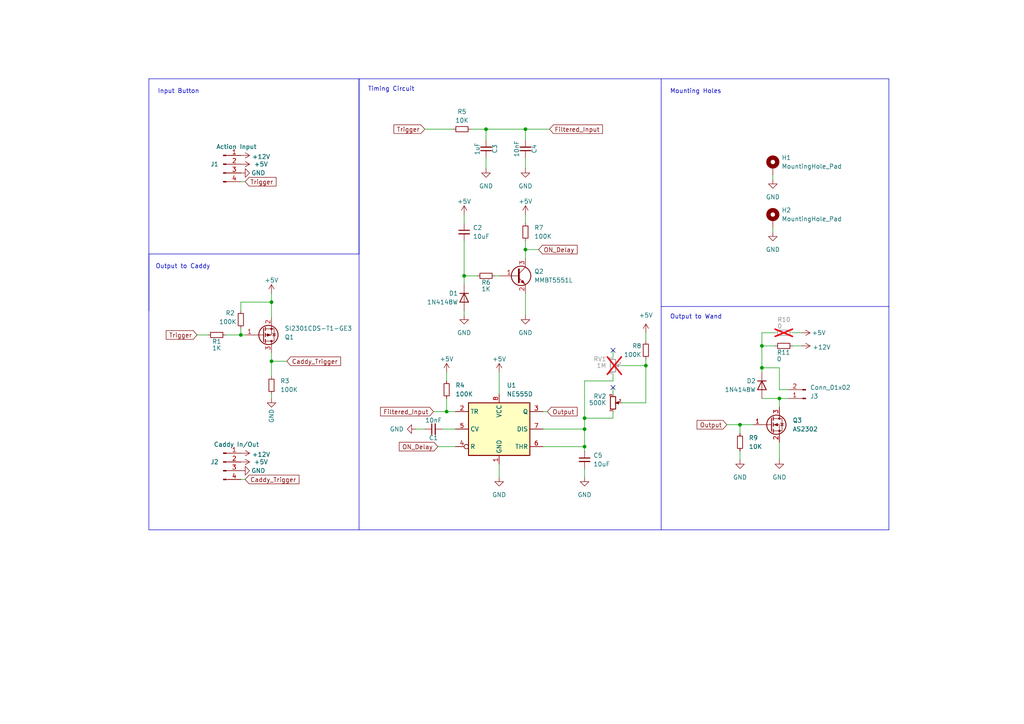
<source format=kicad_sch>
(kicad_sch (version 20230121) (generator eeschema)
  (paper "A4")
  (lib_symbols
    (symbol "Connector:Conn_01x02_Pin" (pin_names (offset 1.016) hide)
      (property "Reference" "J" (at 0 2.54 0))
      (property "Value" "Conn_01x02_Pin" (at 0 -5.08 0))
      (symbol "Conn_01x02_Pin_1_1"
        (polyline (pts (xy 1.27 -2.54) (xy 0.8636 -2.54)) (stroke (width 0.1524)))
        (polyline (pts (xy 1.27 0) (xy 0.8636 0)) (stroke (width 0.1524)))
        (rectangle (start 0.8636 -2.413) (end 0 -2.667) (stroke (width 0.1524)) (fill (type outline)))
        (rectangle (start 0.8636 0.127) (end 0 -0.127) (stroke (width 0.1524)) (fill (type outline)))
        (pin passive line (at 5.08 0 180) (length 3.81) (name "Pin_1") (number "1"))
        (pin passive line (at 5.08 -2.54 180) (length 3.81) (name "Pin_2") (number "2"))
      )
    )
    (symbol "Connector:Conn_01x04_Pin" (pin_names (offset 1.016) hide)
      (property "Reference" "J" (at 0 5.08 0))
      (property "Value" "Conn_01x04_Pin" (at 0 -7.62 0))
      (symbol "Conn_01x04_Pin_1_1"
        (polyline (pts (xy 1.27 -5.08) (xy 0.8636 -5.08)) (stroke (width 0.1524)))
        (polyline (pts (xy 1.27 -2.54) (xy 0.8636 -2.54)) (stroke (width 0.1524)))
        (polyline (pts (xy 1.27 0) (xy 0.8636 0)) (stroke (width 0.1524)))
        (polyline (pts (xy 1.27 2.54) (xy 0.8636 2.54)) (stroke (width 0.1524)))
        (rectangle (start 0.8636 -4.953) (end 0 -5.207) (stroke (width 0.1524)) (fill (type outline)))
        (rectangle (start 0.8636 -2.413) (end 0 -2.667) (stroke (width 0.1524)) (fill (type outline)))
        (rectangle (start 0.8636 0.127) (end 0 -0.127) (stroke (width 0.1524)) (fill (type outline)))
        (rectangle (start 0.8636 2.667) (end 0 2.413) (stroke (width 0.1524)) (fill (type outline)))
        (pin passive line (at 5.08 2.54 180) (length 3.81) (name "Pin_1") (number "1"))
        (pin passive line (at 5.08 0 180) (length 3.81) (name "Pin_2") (number "2"))
        (pin passive line (at 5.08 -2.54 180) (length 3.81) (name "Pin_3") (number "3"))
        (pin passive line (at 5.08 -5.08 180) (length 3.81) (name "Pin_4") (number "4"))
      )
    )
    (symbol "Device:C_Small" (pin_numbers hide) (pin_names (offset 0.254) hide)
      (property "Reference" "C" (at 0.254 1.778 0))
      (property "Value" "C_Small" (at 0.254 -2.032 0))
      (symbol "C_Small_0_1"
        (polyline (pts (xy -1.524 -0.508) (xy 1.524 -0.508)) (stroke (width 0.3302)))
        (polyline (pts (xy -1.524 0.508) (xy 1.524 0.508)) (stroke (width 0.3048)))
      )
      (symbol "C_Small_1_1"
        (pin passive line (at 0 2.54 270) (length 2.032) (name "~") (number "1"))
        (pin passive line (at 0 -2.54 90) (length 2.032) (name "~") (number "2"))
      )
    )
    (symbol "Device:Q_NMOS_GSD" (pin_names (offset 0) hide)
      (property "Reference" "Q" (at 5.08 1.27 0))
      (property "Value" "Q_NMOS_GSD" (at 5.08 -1.27 0))
      (symbol "Q_NMOS_GSD_0_1"
        (polyline (pts (xy 0.254 0) (xy -2.54 0)))
        (polyline (pts (xy 0.254 1.905) (xy 0.254 -1.905)) (stroke (width 0.254)))
        (polyline (pts (xy 0.762 -1.27) (xy 0.762 -2.286)) (stroke (width 0.254)))
        (polyline (pts (xy 0.762 0.508) (xy 0.762 -0.508)) (stroke (width 0.254)))
        (polyline (pts (xy 0.762 2.286) (xy 0.762 1.27)) (stroke (width 0.254)))
        (polyline (pts (xy 2.54 2.54) (xy 2.54 1.778)))
        (polyline (pts (xy 2.54 -2.54) (xy 2.54 0) (xy 0.762 0)))
        (polyline (pts (xy 0.762 -1.778) (xy 3.302 -1.778) (xy 3.302 1.778) (xy 0.762 1.778)))
        (polyline (pts (xy 1.016 0) (xy 2.032 0.381) (xy 2.032 -0.381) (xy 1.016 0)) (fill (type outline)))
        (polyline (pts (xy 2.794 0.508) (xy 2.921 0.381) (xy 3.683 0.381) (xy 3.81 0.254)))
        (polyline (pts (xy 3.302 0.381) (xy 2.921 -0.254) (xy 3.683 -0.254) (xy 3.302 0.381)))
        (circle (center 1.651 0) (radius 2.794) (stroke (width 0.254)))
        (circle (center 2.54 -1.778) (radius 0.254) (fill (type outline)))
        (circle (center 2.54 1.778) (radius 0.254) (fill (type outline)))
      )
      (symbol "Q_NMOS_GSD_1_1"
        (pin input line (at -5.08 0 0) (length 2.54) (name "G") (number "1"))
        (pin passive line (at 2.54 -5.08 90) (length 2.54) (name "S") (number "2"))
        (pin passive line (at 2.54 5.08 270) (length 2.54) (name "D") (number "3"))
      )
    )
    (symbol "Device:R_Potentiometer_Small" (pin_names (offset 1.016) hide)
      (property "Reference" "RV" (at -4.445 0 90))
      (property "Value" "R_Potentiometer_Small" (at -2.54 0 90))
      (symbol "R_Potentiometer_Small_0_1"
        (polyline (pts (xy 0.889 0) (xy 0.635 0) (xy 1.651 0.381) (xy 1.651 -0.381) (xy 0.635 0) (xy 0.889 0)) (fill (type outline)))
        (rectangle (start 0.762 1.8034) (end -0.762 -1.8034) (stroke (width 0.254)))
      )
      (symbol "R_Potentiometer_Small_1_1"
        (pin passive line (at 0 2.54 270) (length 0.635) (name "1") (number "1"))
        (pin passive line (at 2.54 0 180) (length 0.9906) (name "2") (number "2"))
        (pin passive line (at 0 -2.54 90) (length 0.635) (name "3") (number "3"))
      )
    )
    (symbol "Device:R_Small" (pin_numbers hide) (pin_names (offset 0.254) hide)
      (property "Reference" "R" (at 0.762 0.508 0))
      (property "Value" "R_Small" (at 0.762 -1.016 0))
      (symbol "R_Small_0_1"
        (rectangle (start -0.762 1.778) (end 0.762 -1.778) (stroke (width 0.2032)))
      )
      (symbol "R_Small_1_1"
        (pin passive line (at 0 2.54 270) (length 0.762) (name "~") (number "1"))
        (pin passive line (at 0 -2.54 90) (length 0.762) (name "~") (number "2"))
      )
    )
    (symbol "Diode:1N4448W" (pin_numbers hide) (pin_names (offset 1.016) hide)
      (property "Reference" "D" (at 0 2.54 0))
      (property "Value" "1N4448W" (at 0 -2.54 0))
      (symbol "1N4448W_0_1"
        (polyline (pts (xy -1.27 1.27) (xy -1.27 -1.27)) (stroke (width 0.254)))
        (polyline (pts (xy 1.27 0) (xy -1.27 0)))
        (polyline (pts (xy 1.27 1.27) (xy 1.27 -1.27) (xy -1.27 0) (xy 1.27 1.27)) (stroke (width 0.254)))
      )
      (symbol "1N4448W_1_1"
        (pin passive line (at -3.81 0 0) (length 2.54) (name "K") (number "1"))
        (pin passive line (at 3.81 0 180) (length 2.54) (name "A") (number "2"))
      )
    )
    (symbol "Mechanical:MountingHole_Pad" (pin_numbers hide) (pin_names (offset 1.016) hide)
      (property "Reference" "H" (at 0 6.35 0))
      (property "Value" "MountingHole_Pad" (at 0 4.445 0))
      (symbol "MountingHole_Pad_0_1"
        (circle (center 0 1.27) (radius 1.27) (stroke (width 1.27)))
      )
      (symbol "MountingHole_Pad_1_1"
        (pin input line (at 0 -2.54 90) (length 2.54) (name "1") (number "1"))
      )
    )
    (symbol "Timer:NE555D"
      (property "Reference" "U" (at -10.16 8.89 0))
      (property "Value" "NE555D" (at 2.54 8.89 0))
      (symbol "NE555D_0_0"
        (pin power_in line (at 0 -10.16 90) (length 2.54) (name "GND") (number "1"))
        (pin power_in line (at 0 10.16 270) (length 2.54) (name "VCC") (number "8"))
      )
      (symbol "NE555D_0_1"
        (rectangle (start -8.89 -7.62) (end 8.89 7.62) (stroke (width 0.254)) (fill (type background)))
        (rectangle (start -8.89 -7.62) (end 8.89 7.62) (stroke (width 0.254)) (fill (type background)))
      )
      (symbol "NE555D_1_1"
        (pin input line (at -12.7 5.08 0) (length 3.81) (name "TR") (number "2"))
        (pin output line (at 12.7 5.08 180) (length 3.81) (name "Q") (number "3"))
        (pin input inverted (at -12.7 -5.08 0) (length 3.81) (name "R") (number "4"))
        (pin input line (at -12.7 0 0) (length 3.81) (name "CV") (number "5"))
        (pin input line (at 12.7 -5.08 180) (length 3.81) (name "THR") (number "6"))
        (pin input line (at 12.7 0 180) (length 3.81) (name "DIS") (number "7"))
      )
    )
    (symbol "Transistor_BJT:MMBT5551L" (pin_names (offset 0) hide)
      (property "Reference" "Q" (at 5.08 1.905 0))
      (property "Value" "MMBT5551L" (at 5.08 0 0))
      (symbol "MMBT5551L_0_1"
        (polyline (pts (xy 0.635 0.635) (xy 2.54 2.54)))
        (polyline (pts (xy 0.635 -0.635) (xy 2.54 -2.54) (xy 2.54 -2.54)))
        (polyline (pts (xy 0.635 1.905) (xy 0.635 -1.905) (xy 0.635 -1.905)) (stroke (width 0.508)))
        (polyline (pts (xy 1.27 -1.778) (xy 1.778 -1.27) (xy 2.286 -2.286) (xy 1.27 -1.778) (xy 1.27 -1.778)) (fill (type outline)))
        (circle (center 1.27 0) (radius 2.8194) (stroke (width 0.254)))
      )
      (symbol "MMBT5551L_1_1"
        (pin input line (at -5.08 0 0) (length 5.715) (name "B") (number "1"))
        (pin passive line (at 2.54 -5.08 90) (length 2.54) (name "E") (number "2"))
        (pin passive line (at 2.54 5.08 270) (length 2.54) (name "C") (number "3"))
      )
    )
    (symbol "Transistor_FET:Si2371EDS" (pin_names hide)
      (property "Reference" "Q" (at 5.08 1.905 0))
      (property "Value" "Si2371EDS" (at 5.08 0 0))
      (symbol "Si2371EDS_0_1"
        (polyline (pts (xy 0.254 0) (xy -2.54 0)))
        (polyline (pts (xy 0.254 1.905) (xy 0.254 -1.905)) (stroke (width 0.254)))
        (polyline (pts (xy 0.762 -1.27) (xy 0.762 -2.286)) (stroke (width 0.254)))
        (polyline (pts (xy 0.762 0.508) (xy 0.762 -0.508)) (stroke (width 0.254)))
        (polyline (pts (xy 0.762 2.286) (xy 0.762 1.27)) (stroke (width 0.254)))
        (polyline (pts (xy 2.54 2.54) (xy 2.54 1.778)))
        (polyline (pts (xy 2.54 -2.54) (xy 2.54 0) (xy 0.762 0)))
        (polyline (pts (xy 0.762 1.778) (xy 3.302 1.778) (xy 3.302 -1.778) (xy 0.762 -1.778)))
        (polyline (pts (xy 2.286 0) (xy 1.27 0.381) (xy 1.27 -0.381) (xy 2.286 0)) (fill (type outline)))
        (polyline (pts (xy 2.794 -0.508) (xy 2.921 -0.381) (xy 3.683 -0.381) (xy 3.81 -0.254)))
        (polyline (pts (xy 3.302 -0.381) (xy 2.921 0.254) (xy 3.683 0.254) (xy 3.302 -0.381)))
        (circle (center 1.651 0) (radius 2.794) (stroke (width 0.254)))
        (circle (center 2.54 -1.778) (radius 0.254) (fill (type outline)))
        (circle (center 2.54 1.778) (radius 0.254) (fill (type outline)))
      )
      (symbol "Si2371EDS_1_1"
        (pin input line (at -5.08 0 0) (length 2.54) (name "G") (number "1"))
        (pin passive line (at 2.54 -5.08 90) (length 2.54) (name "S") (number "2"))
        (pin passive line (at 2.54 5.08 270) (length 2.54) (name "D") (number "3"))
      )
    )
    (symbol "power:+12V" (power) (pin_names (offset 0))
      (property "Value" "+12V" (at 0 3.556 0))
      (symbol "+12V_0_1"
        (polyline (pts (xy -0.762 1.27) (xy 0 2.54)))
        (polyline (pts (xy 0 0) (xy 0 2.54)))
        (polyline (pts (xy 0 2.54) (xy 0.762 1.27)))
      )
      (symbol "+12V_1_1"
        (pin power_in line (at 0 0 90) (length 0) hide (name "+12V") (number "1"))
      )
    )
    (symbol "power:+5V" (power) (pin_names (offset 0))
      (property "Value" "+5V" (at 0 3.556 0))
      (symbol "+5V_0_1"
        (polyline (pts (xy -0.762 1.27) (xy 0 2.54)))
        (polyline (pts (xy 0 0) (xy 0 2.54)))
        (polyline (pts (xy 0 2.54) (xy 0.762 1.27)))
      )
      (symbol "+5V_1_1"
        (pin power_in line (at 0 0 90) (length 0) hide (name "+5V") (number "1"))
      )
    )
    (symbol "power:GND" (power) (pin_names (offset 0))
      (property "Value" "GND" (at 0 -3.81 0))
      (symbol "GND_0_1"
        (polyline (pts (xy 0 0) (xy 0 -1.27) (xy 1.27 -1.27) (xy 0 -2.54) (xy -1.27 -1.27) (xy 0 -1.27)))
      )
      (symbol "GND_1_1"
        (pin power_in line (at 0 0 270) (length 0) hide (name "GND") (number "1"))
      )
    )
  )
  (junction (at 220.98 106.68))
  (junction (at 220.98 100.33))
  (junction (at 152.4 37.465))
  (junction (at 78.74 87.63))
  (junction (at 134.62 80.01))
  (junction (at 129.54 119.38))
  (junction (at 226.06 115.57))
  (junction (at 78.74 104.775))
  (junction (at 140.97 37.465))
  (junction (at 169.545 129.54))
  (junction (at 214.63 123.19))
  (junction (at 169.545 121.285))
  (junction (at 69.85 97.155))
  (junction (at 152.4 72.39))
  (junction (at 169.545 124.46))
  (junction (at 187.325 106.045))
  (no_connect (at 177.8 112.395))
  (no_connect (at 177.8 101.6))
  (wire (pts (xy 69.85 97.155) (xy 71.12 97.155)))
  (wire (pts (xy 140.97 37.465) (xy 152.4 37.465)))
  (wire (pts (xy 169.545 121.285) (xy 169.545 110.49)))
  (wire (pts (xy 218.44 123.19) (xy 214.63 123.19)))
  (wire (pts (xy 228.6 115.57) (xy 226.06 115.57)))
  (polyline (pts (xy 191.77 22.86) (xy 257.81 22.86)))
  (polyline (pts (xy 43.18 90.17) (xy 43.18 73.66)))
  (wire (pts (xy 140.97 37.465) (xy 140.97 40.64)))
  (wire (pts (xy 143.51 80.01) (xy 144.78 80.01)))
  (polyline (pts (xy 257.81 22.86) (xy 257.81 88.9)))
  (wire (pts (xy 152.4 72.39) (xy 156.21 72.39)))
  (wire (pts (xy 220.98 106.68) (xy 226.06 106.68)))
  (wire (pts (xy 220.98 107.95) (xy 220.98 106.68)))
  (wire (pts (xy 157.48 124.46) (xy 169.545 124.46)))
  (wire (pts (xy 134.62 62.23) (xy 134.62 64.77)))
  (wire (pts (xy 123.19 37.465) (xy 131.445 37.465)))
  (wire (pts (xy 152.4 37.465) (xy 159.385 37.465)))
  (wire (pts (xy 129.54 119.38) (xy 132.08 119.38)))
  (wire (pts (xy 65.405 97.155) (xy 69.85 97.155)))
  (wire (pts (xy 134.62 80.01) (xy 134.62 82.55)))
  (wire (pts (xy 177.8 101.6) (xy 177.8 103.505)))
  (wire (pts (xy 127 129.54) (xy 132.08 129.54)))
  (polyline (pts (xy 104.14 22.86) (xy 191.77 22.86)))
  (wire (pts (xy 187.325 106.045) (xy 187.325 116.84)))
  (wire (pts (xy 144.78 134.62) (xy 144.78 138.43)))
  (wire (pts (xy 152.4 69.85) (xy 152.4 72.39)))
  (polyline (pts (xy 104.14 22.86) (xy 43.18 22.86)))
  (wire (pts (xy 169.545 124.46) (xy 169.545 121.285)))
  (wire (pts (xy 152.4 72.39) (xy 152.4 74.93)))
  (wire (pts (xy 78.74 102.235) (xy 78.74 104.775)))
  (wire (pts (xy 214.63 130.81) (xy 214.63 133.35)))
  (polyline (pts (xy 191.77 88.9) (xy 257.81 88.9)))
  (wire (pts (xy 78.74 87.63) (xy 78.74 92.075)))
  (wire (pts (xy 69.85 87.63) (xy 78.74 87.63)))
  (wire (pts (xy 177.8 121.285) (xy 177.8 119.38)))
  (wire (pts (xy 220.98 115.57) (xy 226.06 115.57)))
  (wire (pts (xy 144.78 107.95) (xy 144.78 114.3)))
  (wire (pts (xy 57.15 97.155) (xy 60.325 97.155)))
  (wire (pts (xy 220.98 96.52) (xy 224.79 96.52)))
  (wire (pts (xy 177.8 112.395) (xy 177.8 114.3)))
  (wire (pts (xy 229.87 96.52) (xy 232.41 96.52)))
  (wire (pts (xy 224.155 66.04) (xy 224.155 67.31)))
  (wire (pts (xy 169.545 135.89) (xy 169.545 138.43)))
  (polyline (pts (xy 104.14 153.67) (xy 104.14 22.86)))
  (wire (pts (xy 226.06 115.57) (xy 226.06 118.11)))
  (polyline (pts (xy 43.18 153.67) (xy 104.14 153.67)))
  (wire (pts (xy 140.97 45.72) (xy 140.97 48.895)))
  (wire (pts (xy 157.48 119.38) (xy 158.75 119.38)))
  (wire (pts (xy 169.545 124.46) (xy 169.545 129.54)))
  (polyline (pts (xy 104.14 153.67) (xy 257.81 153.67)))
  (wire (pts (xy 152.4 37.465) (xy 152.4 40.64)))
  (wire (pts (xy 78.74 104.775) (xy 83.185 104.775)))
  (wire (pts (xy 120.65 124.46) (xy 123.19 124.46)))
  (wire (pts (xy 169.545 129.54) (xy 169.545 130.81)))
  (wire (pts (xy 220.98 100.33) (xy 220.98 96.52)))
  (wire (pts (xy 129.54 107.95) (xy 129.54 110.49)))
  (wire (pts (xy 210.82 123.19) (xy 214.63 123.19)))
  (wire (pts (xy 71.12 139.065) (xy 69.85 139.065)))
  (polyline (pts (xy 191.77 88.9) (xy 191.77 153.67)))
  (wire (pts (xy 152.4 62.23) (xy 152.4 64.77)))
  (wire (pts (xy 187.325 96.52) (xy 187.325 99.06)))
  (wire (pts (xy 220.98 106.68) (xy 220.98 100.33)))
  (wire (pts (xy 187.325 104.14) (xy 187.325 106.045)))
  (wire (pts (xy 78.74 85.09) (xy 78.74 87.63)))
  (wire (pts (xy 134.62 80.01) (xy 138.43 80.01)))
  (polyline (pts (xy 257.81 153.67) (xy 257.81 88.9)))
  (wire (pts (xy 187.325 116.84) (xy 180.34 116.84)))
  (wire (pts (xy 125.73 119.38) (xy 129.54 119.38)))
  (wire (pts (xy 226.06 106.68) (xy 226.06 113.03)))
  (wire (pts (xy 128.27 124.46) (xy 132.08 124.46)))
  (wire (pts (xy 224.155 50.8) (xy 224.155 52.07)))
  (wire (pts (xy 169.545 110.49) (xy 177.8 110.49)))
  (polyline (pts (xy 43.18 22.86) (xy 43.18 153.67)))
  (wire (pts (xy 226.06 113.03) (xy 228.6 113.03)))
  (wire (pts (xy 152.4 45.72) (xy 152.4 48.895)))
  (wire (pts (xy 169.545 121.285) (xy 177.8 121.285)))
  (wire (pts (xy 134.62 90.17) (xy 134.62 91.44)))
  (wire (pts (xy 177.8 110.49) (xy 177.8 108.585)))
  (wire (pts (xy 214.63 123.19) (xy 214.63 125.73)))
  (wire (pts (xy 78.74 114.3) (xy 78.74 115.57)))
  (wire (pts (xy 229.87 100.33) (xy 232.41 100.33)))
  (wire (pts (xy 129.54 115.57) (xy 129.54 119.38)))
  (wire (pts (xy 157.48 129.54) (xy 169.545 129.54)))
  (wire (pts (xy 69.85 52.705) (xy 71.12 52.705)))
  (wire (pts (xy 78.74 104.775) (xy 78.74 109.22)))
  (polyline (pts (xy 104.14 73.66) (xy 104.14 22.86)))
  (wire (pts (xy 69.85 87.63) (xy 69.85 90.17)))
  (wire (pts (xy 152.4 85.09) (xy 152.4 91.44)))
  (wire (pts (xy 136.525 37.465) (xy 140.97 37.465)))
  (polyline (pts (xy 43.18 73.66) (xy 104.14 73.66)))
  (polyline (pts (xy 191.77 22.86) (xy 191.77 88.9)))
  (wire (pts (xy 187.325 106.045) (xy 180.34 106.045)))
  (wire (pts (xy 220.98 100.33) (xy 224.79 100.33)))
  (wire (pts (xy 69.85 95.25) (xy 69.85 97.155)))
  (wire (pts (xy 226.06 128.27) (xy 226.06 133.35)))
  (wire (pts (xy 134.62 69.85) (xy 134.62 80.01)))
  (text "Timing Circuit" (at 106.68 26.67 0) (effects (font (size 1.27 1.27)) (justify left bottom)))
  (text "Mounting Holes" (at 194.31 27.305 0) (effects (font (size 1.27 1.27)) (justify left bottom)))
  (text "Output to Wand" (at 194.31 92.71 0) (effects (font (size 1.27 1.27)) (justify left bottom)))
  (text "Input Button" (at 45.72 27.305 0) (effects (font (size 1.27 1.27)) (justify left bottom)))
  (text "Output to Caddy" (at 45.085 78.105 0) (effects (font (size 1.27 1.27)) (justify left bottom)))
  (global_label "Trigger" (shape input) (at 57.15 97.155 180) (property "Intersheetrefs" "${INTERSHEET_REFS}" (effects hide)))
  (global_label "Caddy_Trigger" (shape input) (at 71.12 139.065 0) (property "Intersheetrefs" "${INTERSHEET_REFS}" (effects hide)))
  (global_label "Caddy_Trigger" (shape input) (at 83.185 104.775 0) (property "Intersheetrefs" "${INTERSHEET_REFS}" (effects hide)))
  (global_label "Output" (shape input) (at 158.75 119.38 0) (property "Intersheetrefs" "${INTERSHEET_REFS}" (effects hide)))
  (global_label "Trigger" (shape input) (at 123.19 37.465 180) (property "Intersheetrefs" "${INTERSHEET_REFS}" (effects hide)))
  (global_label "ON_Delay" (shape input) (at 127 129.54 180) (property "Intersheetrefs" "${INTERSHEET_REFS}" (effects hide)))
  (global_label "ON_Delay" (shape input) (at 156.21 72.39 0) (property "Intersheetrefs" "${INTERSHEET_REFS}" (effects hide)))
  (global_label "Filtered_Input" (shape input) (at 125.73 119.38 180) (property "Intersheetrefs" "${INTERSHEET_REFS}" (effects hide)))
  (global_label "Filtered_Input" (shape input) (at 159.385 37.465 0) (property "Intersheetrefs" "${INTERSHEET_REFS}" (effects hide)))
  (global_label "Trigger" (shape input) (at 71.12 52.705 0) (property "Intersheetrefs" "${INTERSHEET_REFS}" (effects hide)))
  (global_label "Output" (shape input) (at 210.82 123.19 180) (property "Intersheetrefs" "${INTERSHEET_REFS}" (effects hide)))
  (symbol (lib_id "power:GND") (at 140.97 48.895 0) (unit 1)
    (property "Reference" "#PWR013" (effects hide))
    (property "Value" "GND" (at 140.97 53.975 0))
  )
  (symbol (lib_id "Device:R_Small") (at 214.63 128.27 0) (unit 1)
    (property "Reference" "R9" (at 217.17 126.9999 0) (effects (justify left)))
    (property "Value" "10K" (at 217.17 129.5399 0) (effects (justify left)))
    (property "Footprint" "Resistor_SMD:R_0805_2012Metric" (effects hide))
    (property "MPN" "C17414" (effects hide))
  )
  (symbol (lib_id "Device:R_Small") (at 78.74 111.76 0) (unit 1)
    (property "Reference" "R3" (at 81.28 110.4899 0) (effects (justify left)))
    (property "Value" "100K" (at 81.28 113.0299 0) (effects (justify left)))
    (property "Footprint" "Resistor_SMD:R_0805_2012Metric" (effects hide))
    (property "MPN" "C149504" (effects hide))
  )
  (symbol (lib_id "power:GND") (at 120.65 124.46 270) (unit 1)
    (property "Reference" "#PWR09" (effects hide))
    (property "Value" "GND" (at 113.03 124.46 90) (effects (justify left)))
  )
  (symbol (lib_id "Transistor_BJT:MMBT5551L") (at 149.86 80.01 0) (unit 1)
    (property "Reference" "Q2" (at 154.94 78.74 0) (effects (justify left)))
    (property "Value" "MMBT5551L" (at 154.94 81.28 0) (effects (justify left)))
    (property "Footprint" "Package_TO_SOT_SMD:SOT-23" (effects hide))
    (property "Datasheet" "www.onsemi.com/pub/Collateral/MMBT5550LT1-D.PDF" (effects hide))
    (property "MPN" "C2145" (effects hide))
  )
  (symbol (lib_id "Device:R_Small") (at 140.97 80.01 90) (unit 1)
    (property "Reference" "R6" (at 140.97 81.915 90))
    (property "Value" "1K" (at 140.97 83.82 90))
    (property "Footprint" "Resistor_SMD:R_0805_2012Metric" (effects hide))
    (property "MPN" "C17513" (effects hide))
  )
  (symbol (lib_id "power:+12V") (at 232.41 100.33 270) (unit 1)
    (property "Reference" "#PWR026" (effects hide))
    (property "Value" "+12V" (at 235.6612 100.711 90) (effects (justify left)))
  )
  (symbol (lib_id "power:+12V") (at 69.85 45.085 270) (unit 1)
    (property "Reference" "#PWR01" (effects hide))
    (property "Value" "+12V" (at 73.1012 45.466 90) (effects (justify left)))
  )
  (symbol (lib_id "power:GND") (at 78.74 115.57 0) (unit 1)
    (property "Reference" "#PWR08" (effects hide))
    (property "Value" "GND" (at 78.74 120.65 90))
  )
  (symbol (lib_id "Device:R_Small") (at 227.33 96.52 270) (unit 1) (dnp yes)
    (property "Reference" "R10" (at 225.425 92.71 90) (effects (justify left)))
    (property "Value" "0" (at 225.425 94.615 90) (effects (justify left)))
    (property "Footprint" "Resistor_SMD:R_0805_2012Metric" (effects hide))
    (property "MPN" "C17477" (effects hide))
  )
  (symbol (lib_id "Device:R_Small") (at 133.985 37.465 90) (unit 1)
    (property "Reference" "R5" (at 133.985 32.385 90))
    (property "Value" "10K" (at 133.985 34.925 90))
    (property "Footprint" "Resistor_SMD:R_0805_2012Metric" (effects hide))
    (property "MPN" "C17414" (effects hide))
  )
  (symbol (lib_id "Transistor_FET:Si2371EDS") (at 76.2 97.155 0) (mirror x) (unit 1)
    (property "Reference" "Q1" (at 82.55 97.79 0) (effects (justify left)))
    (property "Value" "SI2301CDS-T1-GE3" (at 82.55 95.25 0) (effects (justify left)))
    (property "Footprint" "Package_TO_SOT_SMD:SOT-23" (effects hide))
    (property "Datasheet" "http://www.vishay.com/docs/63924/si2371eds.pdf" (effects hide))
    (property "MPN" "C10487" (effects hide))
  )
  (symbol (lib_id "Device:Q_NMOS_GSD") (at 223.52 123.19 0) (unit 1)
    (property "Reference" "Q3" (at 229.87 121.9199 0) (effects (justify left)))
    (property "Value" "AS2302" (at 229.87 124.4599 0) (effects (justify left)))
    (property "Footprint" "Package_TO_SOT_SMD:SOT-23" (effects hide))
    (property "Datasheet" "https://media.digikey.com/pdf/Data%20Sheets/Anbon%20Semi%20PDFs/AS2302.pdf" (effects hide))
    (property "MPN" "C20917" (effects hide))
  )
  (symbol (lib_id "power:GND") (at 144.78 138.43 0) (unit 1)
    (property "Reference" "#PWR015" (effects hide))
    (property "Value" "GND" (at 144.78 143.51 0))
  )
  (symbol (lib_id "Device:R_Small") (at 227.33 100.33 90) (unit 1)
    (property "Reference" "R11" (at 229.235 102.235 90) (effects (justify left)))
    (property "Value" "0" (at 226.695 104.14 90) (effects (justify left)))
    (property "Footprint" "Resistor_SMD:R_0805_2012Metric" (effects hide))
    (property "MPN" "C17477" (effects hide))
  )
  (symbol (lib_id "power:GND") (at 134.62 91.44 0) (unit 1)
    (property "Reference" "#PWR012" (effects hide))
    (property "Value" "GND" (at 134.62 96.52 0))
  )
  (symbol (lib_id "power:+5V") (at 69.85 133.985 270) (unit 1)
    (property "Reference" "#PWR05" (effects hide))
    (property "Value" "+5V" (at 73.66 133.985 90) (effects (justify left)))
  )
  (symbol (lib_id "Device:R_Small") (at 187.325 101.6 0) (mirror y) (unit 1)
    (property "Reference" "R8" (at 186.055 100.33 0) (effects (justify left)))
    (property "Value" "100K" (at 186.055 102.87 0) (effects (justify left)))
    (property "Footprint" "Resistor_SMD:R_0805_2012Metric" (effects hide))
    (property "MPN" "C149504" (effects hide))
  )
  (symbol (lib_id "power:GND") (at 224.155 67.31 0) (unit 1)
    (property "Reference" "#PWR023" (effects hide))
    (property "Value" "GND" (at 224.155 72.39 0))
  )
  (symbol (lib_id "Device:C_Small") (at 140.97 43.18 180) (unit 1)
    (property "Reference" "C3" (at 143.51 43.18 90))
    (property "Value" "1uF" (at 138.43 43.18 90))
    (property "Footprint" "Capacitor_SMD:C_0805_2012Metric" (effects hide))
    (property "MPN" "C28323" (effects hide))
  )
  (symbol (lib_id "Connector:Conn_01x04_Pin") (at 64.77 47.625 0) (unit 1) (in_bom no)
    (property "Reference" "J1" (at 62.23 47.625 0))
    (property "Value" "Action Input" (at 68.58 42.545 0))
    (property "Footprint" "Connector_JST:JST_XH_B4B-XH-A_1x04_P2.50mm_Vertical" (effects hide))
  )
  (symbol (lib_id "power:GND") (at 226.06 133.35 0) (unit 1)
    (property "Reference" "#PWR024" (effects hide))
    (property "Value" "GND" (at 226.06 138.43 0))
  )
  (symbol (lib_id "power:GND") (at 152.4 91.44 0) (unit 1)
    (property "Reference" "#PWR018" (effects hide))
    (property "Value" "GND" (at 152.4 96.52 0))
  )
  (symbol (lib_id "Device:C_Small") (at 152.4 43.18 180) (unit 1)
    (property "Reference" "C4" (at 154.94 43.18 90))
    (property "Value" "10nF" (at 149.86 43.18 90))
    (property "Footprint" "Capacitor_SMD:C_0805_2012Metric" (effects hide))
    (property "MPN" "C1710" (effects hide))
  )
  (symbol (lib_id "power:+12V") (at 69.85 131.445 270) (unit 1)
    (property "Reference" "#PWR04" (effects hide))
    (property "Value" "+12V" (at 73.1012 131.826 90) (effects (justify left)))
  )
  (symbol (lib_id "Device:C_Small") (at 169.545 133.35 0) (unit 1)
    (property "Reference" "C5" (at 172.085 132.0862 0) (effects (justify left)))
    (property "Value" "10uF" (at 172.085 134.6262 0) (effects (justify left)))
    (property "Footprint" "Capacitor_SMD:C_0805_2012Metric" (effects hide))
    (property "MPN" "C15850" (effects hide))
  )
  (symbol (lib_id "Device:R_Small") (at 69.85 92.71 0) (unit 1)
    (property "Reference" "R2" (at 65.405 90.805 0) (effects (justify left)))
    (property "Value" "100K" (at 63.5 93.345 0) (effects (justify left)))
    (property "Footprint" "Resistor_SMD:R_0805_2012Metric" (effects hide))
    (property "MPN" "C149504" (effects hide))
  )
  (symbol (lib_id "Mechanical:MountingHole_Pad") (at 224.155 48.26 0) (unit 1)
    (property "Reference" "H1" (at 226.695 45.7199 0) (effects (justify left)))
    (property "Value" "MountingHole_Pad" (at 226.695 48.2599 0) (effects (justify left)))
    (property "Footprint" "MountingHole:MountingHole_2.5mm_Pad" (effects hide))
  )
  (symbol (lib_id "power:GND") (at 224.155 52.07 0) (unit 1)
    (property "Reference" "#PWR022" (effects hide))
    (property "Value" "GND" (at 224.155 57.15 0))
  )
  (symbol (lib_id "power:+5V") (at 134.62 62.23 0) (unit 1)
    (property "Reference" "#PWR011" (effects hide))
    (property "Value" "+5V" (at 134.62 58.42 0))
  )
  (symbol (lib_id "power:+5V") (at 69.85 47.625 270) (unit 1)
    (property "Reference" "#PWR02" (effects hide))
    (property "Value" "+5V" (at 73.66 47.625 90) (effects (justify left)))
  )
  (symbol (lib_id "Diode:1N4448W") (at 134.62 86.36 270) (unit 1)
    (property "Reference" "D1" (at 130.175 85.09 90) (effects (justify left)))
    (property "Value" "1N4148W" (at 123.825 87.63 90) (effects (justify left)))
    (property "Footprint" "Diode_SMD:D_SOD-123" (effects hide))
    (property "Datasheet" "https://www.vishay.com/docs/85722/1n4448w.pdf" (effects hide))
    (property "MPN" "C81598" (effects hide))
  )
  (symbol (lib_id "power:+5V") (at 129.54 107.95 0) (unit 1)
    (property "Reference" "#PWR010" (effects hide))
    (property "Value" "+5V" (at 129.54 104.14 0))
  )
  (symbol (lib_id "Timer:NE555D") (at 144.78 124.46 0) (unit 1)
    (property "Reference" "U1" (at 146.9741 111.76 0) (effects (justify left)))
    (property "Value" "NE555D" (at 146.9741 114.3 0) (effects (justify left)))
    (property "Footprint" "Package_SO:SOIC-8_3.9x4.9mm_P1.27mm" (effects hide))
    (property "Datasheet" "http://www.ti.com/lit/ds/symlink/ne555.pdf" (effects hide))
    (property "MPN" "C7593" (effects hide))
  )
  (symbol (lib_id "Diode:1N4448W") (at 220.98 111.76 270) (unit 1)
    (property "Reference" "D2" (at 216.535 110.49 90) (effects (justify left)))
    (property "Value" "1N4148W" (at 210.185 113.03 90) (effects (justify left)))
    (property "Footprint" "Diode_SMD:D_SOD-123" (effects hide))
    (property "Datasheet" "https://www.vishay.com/docs/85722/1n4448w.pdf" (effects hide))
    (property "MPN" "C81598" (effects hide))
  )
  (symbol (lib_id "power:GND") (at 214.63 133.35 0) (unit 1)
    (property "Reference" "#PWR021" (effects hide))
    (property "Value" "GND" (at 214.63 138.43 0))
  )
  (symbol (lib_id "Device:R_Potentiometer_Small") (at 177.8 116.84 0) (mirror x) (unit 1)
    (property "Reference" "RV2" (at 175.895 114.935 0) (effects (justify right)))
    (property "Value" "500K" (at 175.895 116.84 0) (effects (justify right)))
    (property "Footprint" "Potentiometer_SMD:Potentiometer_Bourns_TC33X_Vertical" (effects hide))
    (property "MPN" "C128558" (effects hide))
  )
  (symbol (lib_id "Device:R_Small") (at 62.865 97.155 90) (unit 1)
    (property "Reference" "R1" (at 62.865 99.06 90))
    (property "Value" "1K" (at 62.865 100.965 90))
    (property "Footprint" "Resistor_SMD:R_0805_2012Metric" (effects hide))
    (property "MPN" "C17513" (effects hide))
  )
  (symbol (lib_id "Device:C_Small") (at 125.73 124.46 90) (unit 1)
    (property "Reference" "C1" (at 125.73 127 90))
    (property "Value" "10nF" (at 125.73 121.92 90))
    (property "Footprint" "Capacitor_SMD:C_0805_2012Metric" (effects hide))
    (property "MPN" "C1710" (effects hide))
  )
  (symbol (lib_id "power:+5V") (at 152.4 62.23 0) (unit 1)
    (property "Reference" "#PWR017" (effects hide))
    (property "Value" "+5V" (at 152.4 58.42 0))
  )
  (symbol (lib_id "power:+5V") (at 144.78 107.95 0) (unit 1)
    (property "Reference" "#PWR014" (effects hide))
    (property "Value" "+5V" (at 144.78 104.14 0))
  )
  (symbol (lib_id "Device:C_Small") (at 134.62 67.31 0) (unit 1)
    (property "Reference" "C2" (at 137.16 66.0462 0) (effects (justify left)))
    (property "Value" "10uF" (at 137.16 68.5862 0) (effects (justify left)))
    (property "Footprint" "Capacitor_SMD:C_0805_2012Metric" (effects hide))
    (property "MPN" "C15850" (effects hide))
  )
  (symbol (lib_id "power:GND") (at 169.545 138.43 0) (unit 1)
    (property "Reference" "#PWR019" (effects hide))
    (property "Value" "GND" (at 169.545 143.51 0))
  )
  (symbol (lib_id "Device:R_Small") (at 129.54 113.03 0) (unit 1)
    (property "Reference" "R4" (at 132.08 111.7599 0) (effects (justify left)))
    (property "Value" "100K" (at 132.08 114.2999 0) (effects (justify left)))
    (property "Footprint" "Resistor_SMD:R_0805_2012Metric" (effects hide))
    (property "MPN" "C149504" (effects hide))
  )
  (symbol (lib_id "Device:R_Small") (at 152.4 67.31 0) (unit 1)
    (property "Reference" "R7" (at 154.94 66.0399 0) (effects (justify left)))
    (property "Value" "100K" (at 154.94 68.5799 0) (effects (justify left)))
    (property "Footprint" "Resistor_SMD:R_0805_2012Metric" (effects hide))
    (property "MPN" "C149504" (effects hide))
  )
  (symbol (lib_id "Connector:Conn_01x02_Pin") (at 233.68 115.57 180) (unit 1)
    (property "Reference" "J3" (at 234.95 114.935 0) (effects (justify right)))
    (property "Value" "Conn_01x02" (at 234.95 112.395 0) (effects (justify right)))
    (property "Footprint" "Connector_JST:JST_XH_B2B-XH-A_1x02_P2.50mm_Vertical" (effects hide))
  )
  (symbol (lib_id "power:+5V") (at 78.74 85.09 0) (unit 1)
    (property "Reference" "#PWR07" (effects hide))
    (property "Value" "+5V" (at 78.74 81.28 0))
  )
  (symbol (lib_id "power:GND") (at 152.4 48.895 0) (unit 1)
    (property "Reference" "#PWR016" (effects hide))
    (property "Value" "GND" (at 152.4 53.975 0))
  )
  (symbol (lib_id "power:+5V") (at 232.41 96.52 270) (unit 1)
    (property "Reference" "#PWR025" (effects hide))
    (property "Value" "+5V" (at 237.49 96.52 90))
  )
  (symbol (lib_id "Device:R_Potentiometer_Small") (at 177.8 106.045 0) (unit 1) (dnp yes)
    (property "Reference" "RV1" (at 175.895 104.14 0) (effects (justify right)))
    (property "Value" "1M" (at 175.895 106.045 0) (effects (justify right)))
    (property "Footprint" "Potentiometer_THT:Potentiometer_Piher_PT-6-V_Vertical" (effects hide))
  )
  (symbol (lib_id "power:+5V") (at 187.325 96.52 0) (unit 1)
    (property "Reference" "#PWR020" (effects hide))
    (property "Value" "+5V" (at 187.325 91.44 0))
  )
  (symbol (lib_id "power:GND") (at 69.85 50.165 90) (unit 1)
    (property "Reference" "#PWR03" (effects hide))
    (property "Value" "GND" (at 74.93 50.165 90))
  )
  (symbol (lib_id "Connector:Conn_01x04_Pin") (at 64.77 133.985 0) (unit 1) (in_bom no)
    (property "Reference" "J2" (at 62.23 133.985 0))
    (property "Value" "Caddy In/Out" (at 68.58 128.905 0))
    (property "Footprint" "Connector_JST:JST_XH_B4B-XH-A_1x04_P2.50mm_Vertical" (effects hide))
  )
  (symbol (lib_id "Mechanical:MountingHole_Pad") (at 224.155 63.5 0) (unit 1)
    (property "Reference" "H2" (at 226.695 60.9599 0) (effects (justify left)))
    (property "Value" "MountingHole_Pad" (at 226.695 63.4999 0) (effects (justify left)))
    (property "Footprint" "MountingHole:MountingHole_2.5mm_Pad" (effects hide))
  )
  (symbol (lib_id "power:GND") (at 69.85 136.525 90) (unit 1)
    (property "Reference" "#PWR06" (effects hide))
    (property "Value" "GND" (at 74.93 136.525 90))
  )
)
</source>
